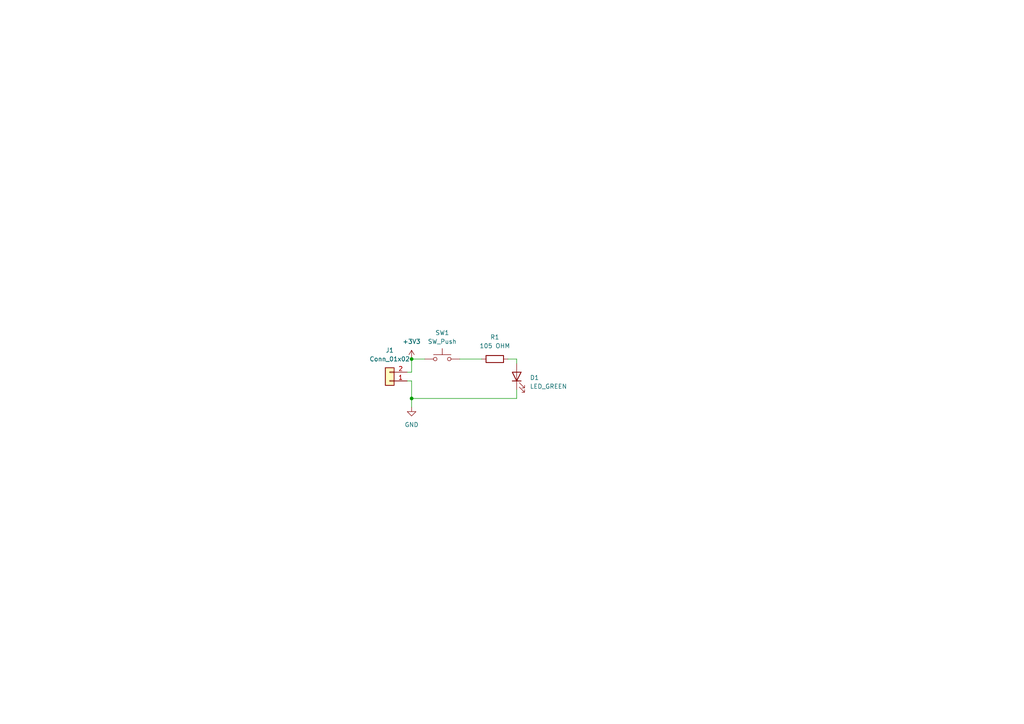
<source format=kicad_sch>
(kicad_sch (version 20231120) (generator "eeschema") (generator_version "8.0")
  (paper "A4")
  (title_block (title "ewn_LEDProject") (rev "1.0") (company "Illi Solar Car") (comment 1 "Designed by Elias Newton"))
  (lib_symbols
    (symbol "Connector_Generic:Conn_01x02" (pin_names (offset 1.016) hide)
      (property "Reference" "J" (at 0 2.54 0))
      (property "Value" "Conn_01x02" (at 0 -5.08 0))
      (symbol "Conn_01x02_1_1"
        (rectangle (start -1.27 -2.413) (end 0 -2.667) (stroke (width 0.1524)))
        (rectangle (start -1.27 0.127) (end 0 -0.127) (stroke (width 0.1524)))
        (rectangle (start -1.27 1.27) (end 1.27 -3.81) (stroke (width 0.254)) (fill (type background)))
        (pin passive line (at -5.08 0 0) (length 3.81) (name "Pin_1") (number "1"))
        (pin passive line (at -5.08 -2.54 0) (length 3.81) (name "Pin_2") (number "2"))
      )
    )
    (symbol "Device:LED" (pin_numbers hide) (pin_names (offset 1.016) hide)
      (property "Reference" "D" (at 0 2.54 0))
      (property "Value" "LED" (at 0 -2.54 0))
      (symbol "LED_0_1"
        (polyline (pts (xy -1.27 -1.27) (xy -1.27 1.27)) (stroke (width 0.254)))
        (polyline (pts (xy -1.27 0) (xy 1.27 0)))
        (polyline (pts (xy 1.27 -1.27) (xy 1.27 1.27) (xy -1.27 0) (xy 1.27 -1.27)) (stroke (width 0.254)))
        (polyline (pts (xy -3.048 -0.762) (xy -4.572 -2.286) (xy -3.81 -2.286) (xy -4.572 -2.286) (xy -4.572 -1.524)))
        (polyline (pts (xy -1.778 -0.762) (xy -3.302 -2.286) (xy -2.54 -2.286) (xy -3.302 -2.286) (xy -3.302 -1.524)))
      )
      (symbol "LED_1_1"
        (pin passive line (at -3.81 0 0) (length 2.54) (name "K") (number "1"))
        (pin passive line (at 3.81 0 180) (length 2.54) (name "A") (number "2"))
      )
    )
    (symbol "Device:R" (pin_numbers hide) (pin_names (offset 0))
      (property "Reference" "R" (at 2.032 0 90))
      (property "Value" "R" (at 0 0 90))
      (symbol "R_0_1"
        (rectangle (start -1.016 -2.54) (end 1.016 2.54) (stroke (width 0.254)))
      )
      (symbol "R_1_1"
        (pin passive line (at 0 3.81 270) (length 1.27) (name "~") (number "1"))
        (pin passive line (at 0 -3.81 90) (length 1.27) (name "~") (number "2"))
      )
    )
    (symbol "Switch:SW_Push" (pin_numbers hide) (pin_names (offset 1.016) hide)
      (property "Reference" "SW" (at 1.27 2.54 0))
      (property "Value" "SW_Push" (at 0 -1.524 0))
      (symbol "SW_Push_0_1"
        (circle (center -2.032 0) (radius 0.508))
        (polyline (pts (xy 0 1.27) (xy 0 3.048)))
        (polyline (pts (xy 2.54 1.27) (xy -2.54 1.27)))
        (circle (center 2.032 0) (radius 0.508))
        (pin passive line (at -5.08 0 0) (length 2.54) (name "1") (number "1"))
        (pin passive line (at 5.08 0 180) (length 2.54) (name "2") (number "2"))
      )
    )
    (symbol "power:+3V3" (power) (pin_names (offset 0))
      (property "Value" "+3V3" (at 0 3.556 0))
      (symbol "+3V3_0_1"
        (polyline (pts (xy -0.762 1.27) (xy 0 2.54)))
        (polyline (pts (xy 0 0) (xy 0 2.54)))
        (polyline (pts (xy 0 2.54) (xy 0.762 1.27)))
      )
      (symbol "+3V3_1_1"
        (pin power_in line (at 0 0 90) (length 0) hide (name "+3V3") (number "1"))
      )
    )
    (symbol "power:GND" (power) (pin_names (offset 0))
      (property "Value" "GND" (at 0 -3.81 0))
      (symbol "GND_0_1"
        (polyline (pts (xy 0 0) (xy 0 -1.27) (xy 1.27 -1.27) (xy 0 -2.54) (xy -1.27 -1.27) (xy 0 -1.27)))
      )
      (symbol "GND_1_1"
        (pin power_in line (at 0 0 270) (length 0) hide (name "GND") (number "1"))
      )
    )
  )
  (junction (at 119.38 115.57))
  (junction (at 119.38 104.14))
  (wire (pts (xy 119.38 107.95) (xy 119.38 104.14)))
  (wire (pts (xy 119.38 110.49) (xy 119.38 115.57)))
  (wire (pts (xy 119.38 115.57) (xy 149.86 115.57)))
  (wire (pts (xy 133.35 104.14) (xy 139.7 104.14)))
  (wire (pts (xy 119.38 115.57) (xy 119.38 118.11)))
  (wire (pts (xy 147.32 104.14) (xy 149.86 104.14)))
  (wire (pts (xy 118.11 110.49) (xy 119.38 110.49)))
  (wire (pts (xy 119.38 104.14) (xy 123.19 104.14)))
  (wire (pts (xy 149.86 113.03) (xy 149.86 115.57)))
  (wire (pts (xy 149.86 104.14) (xy 149.86 105.41)))
  (wire (pts (xy 118.11 107.95) (xy 119.38 107.95)))
  (symbol (lib_id "Switch:SW_Push") (at 128.27 104.14 0) (unit 1)
    (property "Reference" "SW1" (at 128.27 96.52 0))
    (property "Value" "SW_Push" (at 128.27 99.06 0))
    (property "Footprint" "Button_Switch_SMD:SW_DIP_SPSTx01_Slide_6.7x4.1mm_W8.61mm_P2.54mm_LowProfile" (effects (hide yes)))
    (property "Datasheet" "https://www.te.com/usa-en/product-1825910-6.datasheet.pdf" (effects (hide yes)))
    (property "Description" "Push button switch, generic, two pins" (effects (hide yes)))
    (property "MPN(Manufcaturing Part Number)" "1825910-6" (effects (hide yes)))
  )
  (symbol (lib_id "power:GND") (at 119.38 118.11 0) (unit 1)
    (property "Reference" "#PWR02" (effects (hide yes)))
    (property "Value" "GND" (at 119.38 123.19 0))
    (property "Description" "Power symbol creates a global label with name \"GND\" , ground" (effects (hide yes)))
  )
  (symbol (lib_id "Device:R") (at 143.51 104.14 90) (unit 1)
    (property "Reference" "R1" (at 143.51 97.79 90))
    (property "Value" "105 OHM" (at 143.51 100.33 90))
    (property "Footprint" "Resistor_SMD:R_0603_1608Metric_Pad0.98x0.95mm_HandSolder" (effects (hide yes)))
    (property "Description" "Resistor" (effects (hide yes)))
  )
  (symbol (lib_id "Connector_Generic:Conn_01x02") (at 113.03 110.49 180) (unit 1)
    (property "Reference" "J1" (at 113.03 101.6 0))
    (property "Value" "Conn_01x02" (at 113.03 104.14 0))
    (property "Footprint" "Connector_Molex:Molex_KK-254_AE-6410-02A_1x02_P2.54mm_Vertical" (effects (hide yes)))
    (property "Datasheet" "https://www.molex.com/content/dam/molex/molex-dot-com/products/automated/en-us/salesdrawingpdf/641/6410/022272021_sd.pdf?inline" (effects (hide yes)))
    (property "Description" "Generic connector, single row, 01x02, script generated (kicad-library-utils/schlib/autogen/connector/)" (effects (hide yes)))
    (property "MPN(Manufcaturing Part Number)" "38-00-7222" (effects (hide yes)))
  )
  (symbol (lib_id "Device:LED") (at 149.86 109.22 90) (unit 1)
    (property "Reference" "D1" (at 153.67 109.5374 90) (effects (justify right)))
    (property "Value" "LED_GREEN" (at 153.67 112.0774 90) (effects (justify right)))
    (property "Footprint" "layout:LED_0603_Symbol_on_F.SilkS" (effects (hide yes)))
    (property "Description" "Light emitting diode" (effects (hide yes)))
  )
  (symbol (lib_id "power:+3V3") (at 119.38 104.14 0) (unit 1)
    (property "Reference" "#PWR01" (effects (hide yes)))
    (property "Value" "+3V3" (at 119.38 99.06 0))
    (property "Description" "Power symbol creates a global label with name \"+3V3\"" (effects (hide yes)))
  )
)
</source>
